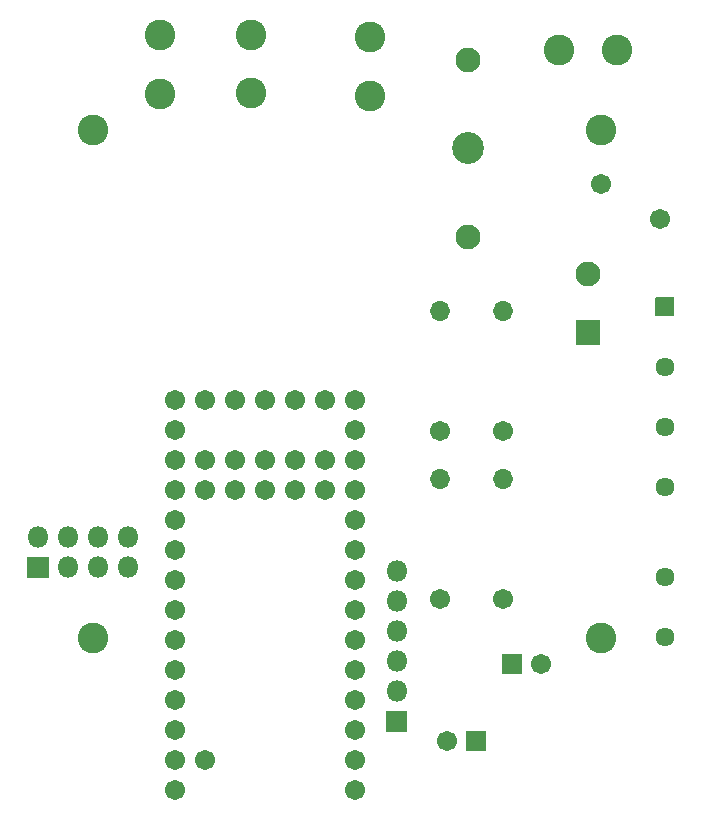
<source format=gbs>
G04 #@! TF.GenerationSoftware,KiCad,Pcbnew,(5.1.10-1-10_14)*
G04 #@! TF.CreationDate,2021-07-31T12:24:41+02:00*
G04 #@! TF.ProjectId,PowerAnalyzer_ACS71020,506f7765-7241-46e6-916c-797a65725f41,2.1*
G04 #@! TF.SameCoordinates,Original*
G04 #@! TF.FileFunction,Soldermask,Bot*
G04 #@! TF.FilePolarity,Negative*
%FSLAX46Y46*%
G04 Gerber Fmt 4.6, Leading zero omitted, Abs format (unit mm)*
G04 Created by KiCad (PCBNEW (5.1.10-1-10_14)) date 2021-07-31 12:24:41*
%MOMM*%
%LPD*%
G01*
G04 APERTURE LIST*
%ADD10O,1.802000X1.802000*%
%ADD11C,1.702000*%
%ADD12C,2.102000*%
%ADD13C,2.702000*%
%ADD14C,1.610000*%
%ADD15C,2.602000*%
%ADD16O,1.702000X1.702000*%
G04 APERTURE END LIST*
D10*
X100000000Y-168380000D03*
X100000000Y-170920000D03*
X100000000Y-173460000D03*
X100000000Y-176000000D03*
X100000000Y-178540000D03*
G36*
G01*
X100901000Y-180230000D02*
X100901000Y-181930000D01*
G75*
G02*
X100850000Y-181981000I-51000J0D01*
G01*
X99150000Y-181981000D01*
G75*
G02*
X99099000Y-181930000I0J51000D01*
G01*
X99099000Y-180230000D01*
G75*
G02*
X99150000Y-180179000I51000J0D01*
G01*
X100850000Y-180179000D01*
G75*
G02*
X100901000Y-180230000I0J-51000D01*
G01*
G37*
D11*
X93980000Y-161544000D03*
X93980000Y-159004000D03*
X91440000Y-161544000D03*
X91440000Y-159004000D03*
X88900000Y-161544000D03*
X88900000Y-159004000D03*
X86360000Y-161544000D03*
X86360000Y-159004000D03*
X83820000Y-161544000D03*
X83820000Y-159004000D03*
X96520000Y-186944000D03*
X96520000Y-184404000D03*
X96520000Y-181864000D03*
X96520000Y-179324000D03*
X96520000Y-176784000D03*
X96520000Y-174244000D03*
X96520000Y-171704000D03*
X96520000Y-169164000D03*
X96520000Y-166624000D03*
X96520000Y-164084000D03*
X96520000Y-161544000D03*
X96520000Y-159004000D03*
X96520000Y-156464000D03*
X83820000Y-184404000D03*
X81280000Y-186944000D03*
X81280000Y-184404000D03*
X81280000Y-181864000D03*
X81280000Y-179324000D03*
X81280000Y-176784000D03*
X81280000Y-174244000D03*
X81280000Y-171704000D03*
X81280000Y-169164000D03*
X81280000Y-166624000D03*
X81280000Y-164084000D03*
X81280000Y-161544000D03*
X81280000Y-159004000D03*
X81280000Y-156464000D03*
X96520000Y-153924000D03*
X93980000Y-153924000D03*
X91440000Y-153924000D03*
X81280000Y-153924000D03*
X83820000Y-153924000D03*
X86360000Y-153924000D03*
X88900000Y-153924000D03*
D10*
X77270000Y-165530000D03*
X77270000Y-168070000D03*
X74730000Y-165530000D03*
X74730000Y-168070000D03*
X72190000Y-165530000D03*
X72190000Y-168070000D03*
X69650000Y-165530000D03*
G36*
G01*
X70500000Y-168971000D02*
X68800000Y-168971000D01*
G75*
G02*
X68749000Y-168920000I0J51000D01*
G01*
X68749000Y-167220000D01*
G75*
G02*
X68800000Y-167169000I51000J0D01*
G01*
X70500000Y-167169000D01*
G75*
G02*
X70551000Y-167220000I0J-51000D01*
G01*
X70551000Y-168920000D01*
G75*
G02*
X70500000Y-168971000I-51000J0D01*
G01*
G37*
D12*
X106045000Y-125088000D03*
X106045000Y-140088000D03*
D13*
X106045000Y-132588000D03*
G36*
G01*
X121946000Y-145195000D02*
X123454000Y-145195000D01*
G75*
G02*
X123505000Y-145246000I0J-51000D01*
G01*
X123505000Y-146754000D01*
G75*
G02*
X123454000Y-146805000I-51000J0D01*
G01*
X121946000Y-146805000D01*
G75*
G02*
X121895000Y-146754000I0J51000D01*
G01*
X121895000Y-145246000D01*
G75*
G02*
X121946000Y-145195000I51000J0D01*
G01*
G37*
D14*
X122700000Y-151080000D03*
X122700000Y-156160000D03*
X122700000Y-161240000D03*
X122700000Y-168860000D03*
X122700000Y-173940000D03*
D15*
X113730000Y-124265000D03*
X118680000Y-124265000D03*
X74300000Y-131000000D03*
D12*
X116205000Y-143193000D03*
G36*
G01*
X117205000Y-149244000D02*
X115205000Y-149244000D01*
G75*
G02*
X115154000Y-149193000I0J51000D01*
G01*
X115154000Y-147193000D01*
G75*
G02*
X115205000Y-147142000I51000J0D01*
G01*
X117205000Y-147142000D01*
G75*
G02*
X117256000Y-147193000I0J-51000D01*
G01*
X117256000Y-149193000D01*
G75*
G02*
X117205000Y-149244000I-51000J0D01*
G01*
G37*
D15*
X97790000Y-128140000D03*
X97790000Y-123190000D03*
X87668100Y-127936800D03*
X87668100Y-122986800D03*
X80010000Y-122999500D03*
X80010000Y-127949500D03*
X117300000Y-131000000D03*
X117300000Y-174000000D03*
X74300000Y-174000000D03*
D16*
X109000000Y-146389000D03*
D11*
X109000000Y-156549000D03*
X103660000Y-156549000D03*
D16*
X103660000Y-146389000D03*
D11*
X109000000Y-170750000D03*
D16*
X109000000Y-160590000D03*
X103660000Y-160613000D03*
D11*
X103660000Y-170773000D03*
X117300000Y-135600000D03*
X122300000Y-138600000D03*
G36*
G01*
X108899000Y-177050000D02*
X108899000Y-175450000D01*
G75*
G02*
X108950000Y-175399000I51000J0D01*
G01*
X110550000Y-175399000D01*
G75*
G02*
X110601000Y-175450000I0J-51000D01*
G01*
X110601000Y-177050000D01*
G75*
G02*
X110550000Y-177101000I-51000J0D01*
G01*
X108950000Y-177101000D01*
G75*
G02*
X108899000Y-177050000I0J51000D01*
G01*
G37*
X112250000Y-176250000D03*
X104250000Y-182750000D03*
G36*
G01*
X107601000Y-181950000D02*
X107601000Y-183550000D01*
G75*
G02*
X107550000Y-183601000I-51000J0D01*
G01*
X105950000Y-183601000D01*
G75*
G02*
X105899000Y-183550000I0J51000D01*
G01*
X105899000Y-181950000D01*
G75*
G02*
X105950000Y-181899000I51000J0D01*
G01*
X107550000Y-181899000D01*
G75*
G02*
X107601000Y-181950000I0J-51000D01*
G01*
G37*
M02*

</source>
